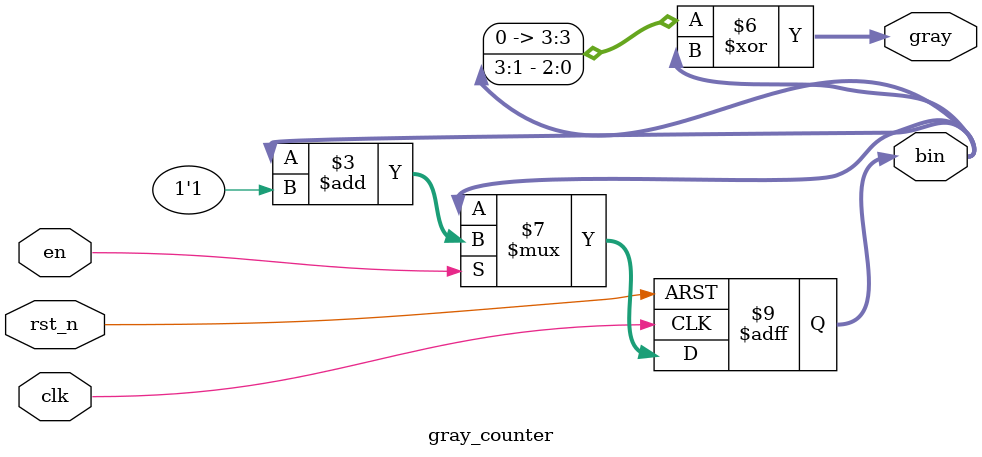
<source format=v>

module gray_counter #(
    parameter WIDTH = 4
)(
    input  wire clk,
    input  wire rst_n,
    input  wire en,
    output reg  [WIDTH-1:0] bin,
    output reg  [WIDTH-1:0] gray
);

    always @(posedge clk or negedge rst_n) begin
        if (!rst_n)
            bin <= 0;
        else if (en)
            bin <= bin + 1'b1;
    end

    always @(*) begin
        gray = (bin >> 1) ^ bin;
    end

endmodule

</source>
